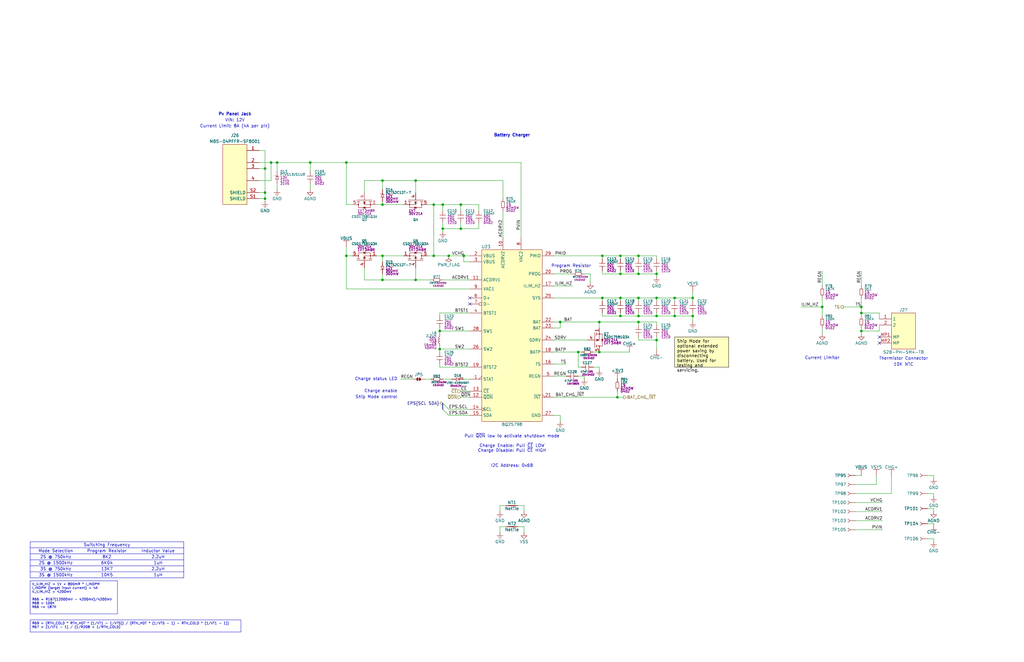
<source format=kicad_sch>
(kicad_sch (version 20250114) (generator "eeschema") (generator_version "9.0")
  (paper "B")
  (title_block (title "Awohali - Battery Charger") (date "2025-04-15") (rev "1") (comment 2 "PROTOTYPE") (comment 3 "2025"))
  (text "Ship Mode control" (at 167.64 167.64 0) (effects (font (size 1.27 1.27)) (justify right)))
  (text "Charge status LED" (at 167.64 160.02 0) (effects (font (size 1.27 1.27)) (justify right)))
  (text "Current Limitor" (at 346.71 151.13 0) (effects (font (size 1.27 1.27))))
  (text "Thermistor Connector" (at 381 151.384 0) (effects (font (size 1.27 1.27))))
  (text "I2C Address: 0x6B" (at 215.9 196.596 0) (effects (font (size 1.27 1.27))))
  (text "Pv Panel Jack" (at 99.06 48.26 0) (effects (font (size 1.27 1.27) (thickness 0.254) (bold yes))))
  (text "VIN: 12V" (at 99.06 50.8 0) (effects (font (size 1.27 1.27))))
  (text "10K NTC" (at 381 153.924 0) (effects (font (size 1.27 1.27))))
  (text "Pull ~{QON} low to activate shutdown mode" (at 215.9 184.15 0) (effects (font (size 1.27 1.27))))
  (text "Charge Enable: Pull ~{CE} LOW\nCharge Disable: Pull ~{CE} HIGH" (at 215.9 189.23 0) (effects (font (size 1.27 1.27))))
  (text "Battery Charger" (at 215.9 57.15 0) (effects (font (size 1.27 1.27) (thickness 0.254) (bold yes))))
  (text "Current Limit: 8A (4A per pin)" (at 99.06 53.34 0) (effects (font (size 1.27 1.27))))
  (text "Charge enable" (at 167.64 165.1 0) (effects (font (size 1.27 1.27)) (justify right)))
  (text "Program Resistor" (at 232.41 113.03 0) (effects (font (size 1.27 1.27)) (justify left bottom)))
  (text_box "Ship Mode for optional extended power saving by \ndisconnecting battery. Used for testing and servicing." (at 284.48 142.24 0) (size 22.86 12.7) (margins 0.9525 0.9525 0.9525 0.9525) (stroke (width 0) (color 0 0 0 1)) (fill (type color) (color 255 255 194 1)) (effects (font (size 1.27 1.27)) (justify left top)))
  (text_box "R69 = (RTH_COLD * RTH_HOT * (1/VT1 - 1/VT5)) / (RTH_HOT * (1/VT5 - 1) - RTH_COLD * (1/VT1 - 1))\nR67 = (1/VT1 - 1) / (1/R208 + 1/RTH_COLD)" (at 12.7 261.62 0) (size 88.9 5.08) (margins 0.75 0.75 0.75 0.75) (effects (font (size 1 1)) (justify left top)))
  (text_box "V_ILIM_HIZ = 1V + 800mR * I_INDPM\nI_INDPM (target input current) = 4A\nV_ILIM_HIZ = 4200mV\n\nR66 = R167(12000mV - 4200mV)/4200mV\nR68 = 100K\nR66 ~= 187K" (at 12.7 245.11 0) (size 36.83 13.97) (margins 0.75 0.75 0.75 0.75) (effects (font (size 1 1)) (justify left top)))
  (junction (at 111.76 71.12))
  (junction (at 269.24 133.35))
  (junction (at 243.84 148.59))
  (junction (at 276.86 115.57))
  (junction (at 189.23 107.95))
  (junction (at 161.29 107.95))
  (junction (at 363.22 132.08))
  (junction (at 146.05 107.95))
  (junction (at 111.76 81.28))
  (junction (at 269.24 107.95))
  (junction (at 194.31 86.36))
  (junction (at 114.3 68.58))
  (junction (at 175.26 76.2))
  (junction (at 252.73 135.89))
  (junction (at 186.69 86.36))
  (junction (at 161.29 86.36))
  (junction (at 276.86 143.51))
  (junction (at 292.1 133.35))
  (junction (at 261.62 115.57))
  (junction (at 292.1 125.73))
  (junction (at 269.24 135.89))
  (junction (at 254 125.73))
  (junction (at 185.42 139.7))
  (junction (at 269.24 115.57))
  (junction (at 284.48 133.35))
  (junction (at 175.26 118.11))
  (junction (at 261.62 125.73))
  (junction (at 261.62 107.95))
  (junction (at 195.58 107.95))
  (junction (at 194.31 96.52))
  (junction (at 161.29 118.11))
  (junction (at 276.86 125.73))
  (junction (at 182.88 107.95))
  (junction (at 363.22 129.54))
  (junction (at 182.88 86.36))
  (junction (at 363.22 139.7))
  (junction (at 252.73 148.59))
  (junction (at 185.42 147.32))
  (junction (at 116.84 68.58))
  (junction (at 284.48 125.73))
  (junction (at 346.71 129.54))
  (junction (at 261.62 133.35))
  (junction (at 130.81 68.58))
  (junction (at 236.22 135.89))
  (junction (at 186.69 96.52))
  (junction (at 260.35 167.64))
  (junction (at 146.05 68.58))
  (junction (at 111.76 83.82))
  (junction (at 276.86 133.35))
  (junction (at 161.29 76.2))
  (junction (at 254 107.95))
  (junction (at 269.24 125.73))
  (no_connect (at 198.12 125.73))
  (no_connect (at 198.12 128.27))
  (no_connect (at 370.84 142.24))
  (no_connect (at 370.84 144.78))
  (bus_entry (at 189.23 175.26) (size -2.54 -2.54))
  (bus_entry (at 189.23 172.72) (size -2.54 -2.54))
  (wire (pts (xy 261.62 115.57) (xy 269.24 115.57)))
  (wire (pts (xy 292.1 123.19) (xy 292.1 125.73)))
  (wire (pts (xy 393.7 201.93) (xy 393.7 200.66)))
  (wire (pts (xy 292.1 133.35) (xy 292.1 135.89)))
  (wire (pts (xy 114.3 68.58) (xy 116.84 68.58)))
  (wire (pts (xy 269.24 125.73) (xy 269.24 127)))
  (wire (pts (xy 393.7 227.33) (xy 391.16 227.33)))
  (wire (pts (xy 185.42 139.7) (xy 185.42 138.43)))
  (wire (pts (xy 233.68 143.51) (xy 247.65 143.51)))
  (wire (pts (xy 355.6 129.54) (xy 363.22 129.54)))
  (wire (pts (xy 220.98 213.36) (xy 218.44 213.36)))
  (wire (pts (xy 233.68 135.89) (xy 236.22 135.89)))
  (wire (pts (xy 161.29 85.09) (xy 161.29 86.36)))
  (wire (pts (xy 254 125.73) (xy 254 127)))
  (wire (pts (xy 198.12 110.49) (xy 195.58 110.49)))
  (wire (pts (xy 337.82 129.54) (xy 346.71 129.54)))
  (wire (pts (xy 189.23 175.26) (xy 198.12 175.26)))
  (wire (pts (xy 116.84 77.47) (xy 116.84 80.01)))
  (wire (pts (xy 393.7 200.66) (xy 391.16 200.66)))
  (wire (pts (xy 213.36 222.25) (xy 210.82 222.25)))
  (wire (pts (xy 220.98 224.79) (xy 220.98 222.25)))
  (wire (pts (xy 161.29 80.01) (xy 161.29 76.2)))
  (wire (pts (xy 252.73 138.43) (xy 252.73 135.89)))
  (wire (pts (xy 201.93 96.52) (xy 194.31 96.52)))
  (wire (pts (xy 194.31 86.36) (xy 194.31 88.9)))
  (wire (pts (xy 372.11 212.09) (xy 360.68 212.09)))
  (wire (pts (xy 252.73 135.89) (xy 269.24 135.89)))
  (wire (pts (xy 254 133.35) (xy 261.62 133.35)))
  (wire (pts (xy 269.24 135.89) (xy 276.86 135.89)))
  (wire (pts (xy 109.22 83.82) (xy 111.76 83.82)))
  (wire (pts (xy 363.22 132.08) (xy 363.22 133.35)))
  (wire (pts (xy 195.58 110.49) (xy 195.58 107.95)))
  (wire (pts (xy 254 132.08) (xy 254 133.35)))
  (wire (pts (xy 250.19 148.59) (xy 252.73 148.59)))
  (wire (pts (xy 276.86 133.35) (xy 284.48 133.35)))
  (wire (pts (xy 194.31 96.52) (xy 186.69 96.52)))
  (wire (pts (xy 372.11 223.52) (xy 360.68 223.52)))
  (wire (pts (xy 186.69 86.36) (xy 186.69 88.9)))
  (wire (pts (xy 233.68 158.75) (xy 238.76 158.75)))
  (wire (pts (xy 363.22 139.7) (xy 363.22 140.97)))
  (wire (pts (xy 245.11 154.94) (xy 243.84 154.94)))
  (wire (pts (xy 185.42 132.08) (xy 185.42 133.35)))
  (wire (pts (xy 261.62 107.95) (xy 261.62 109.22)))
  (wire (pts (xy 233.68 148.59) (xy 243.84 148.59)))
  (wire (pts (xy 233.68 120.65) (xy 241.3 120.65)))
  (wire (pts (xy 186.69 86.36) (xy 194.31 86.36)))
  (wire (pts (xy 153.67 76.2) (xy 161.29 76.2)))
  (wire (pts (xy 252.73 148.59) (xy 265.43 148.59)))
  (wire (pts (xy 185.42 147.32) (xy 198.12 147.32)))
  (wire (pts (xy 153.67 118.11) (xy 161.29 118.11)))
  (wire (pts (xy 261.62 133.35) (xy 269.24 133.35)))
  (wire (pts (xy 111.76 71.12) (xy 111.76 81.28)))
  (wire (pts (xy 276.86 137.16) (xy 276.86 135.89)))
  (wire (pts (xy 363.22 125.73) (xy 363.22 129.54)))
  (wire (pts (xy 210.82 213.36) (xy 210.82 215.9)))
  (wire (pts (xy 182.88 86.36) (xy 182.88 107.95)))
  (wire (pts (xy 233.68 115.57) (xy 241.3 115.57)))
  (wire (pts (xy 212.09 88.9) (xy 212.09 100.33)))
  (wire (pts (xy 346.71 138.43) (xy 346.71 140.97)))
  (wire (pts (xy 185.42 139.7) (xy 198.12 139.7)))
  (wire (pts (xy 194.31 167.64) (xy 198.12 167.64)))
  (wire (pts (xy 146.05 121.92) (xy 146.05 107.95)))
  (wire (pts (xy 158.75 86.36) (xy 161.29 86.36)))
  (wire (pts (xy 393.7 208.28) (xy 391.16 208.28)))
  (wire (pts (xy 161.29 86.36) (xy 170.18 86.36)))
  (wire (pts (xy 393.7 215.9) (xy 393.7 214.63)))
  (wire (pts (xy 180.34 107.95) (xy 182.88 107.95)))
  (wire (pts (xy 375.92 200.66) (xy 375.92 208.28)))
  (wire (pts (xy 370.84 132.08) (xy 370.84 134.62)))
  (bus (pts (xy 186.69 170.18) (xy 186.69 172.72)))
  (wire (pts (xy 393.7 209.55) (xy 393.7 208.28)))
  (wire (pts (xy 254 107.95) (xy 254 109.22)))
  (wire (pts (xy 276.86 143.51) (xy 276.86 147.32)))
  (wire (pts (xy 363.22 114.3) (xy 363.22 120.65)))
  (wire (pts (xy 220.98 222.25) (xy 218.44 222.25)))
  (wire (pts (xy 233.68 107.95) (xy 254 107.95)))
  (wire (pts (xy 269.24 125.73) (xy 276.86 125.73)))
  (wire (pts (xy 276.86 107.95) (xy 276.86 109.22)))
  (wire (pts (xy 175.26 118.11) (xy 181.61 118.11)))
  (wire (pts (xy 175.26 76.2) (xy 175.26 81.28)))
  (wire (pts (xy 261.62 107.95) (xy 269.24 107.95)))
  (wire (pts (xy 130.81 72.39) (xy 130.81 68.58)))
  (wire (pts (xy 393.7 220.98) (xy 391.16 220.98)))
  (wire (pts (xy 363.22 139.7) (xy 370.84 139.7)))
  (wire (pts (xy 236.22 135.89) (xy 236.22 138.43)))
  (wire (pts (xy 292.1 133.35) (xy 292.1 132.08)))
  (wire (pts (xy 109.22 68.58) (xy 114.3 68.58)))
  (wire (pts (xy 346.71 125.73) (xy 346.71 129.54)))
  (wire (pts (xy 213.36 213.36) (xy 210.82 213.36)))
  (wire (pts (xy 185.42 132.08) (xy 198.12 132.08)))
  (wire (pts (xy 276.86 115.57) (xy 276.86 116.84)))
  (wire (pts (xy 269.24 115.57) (xy 276.86 115.57)))
  (wire (pts (xy 346.71 129.54) (xy 346.71 133.35)))
  (wire (pts (xy 375.92 208.28) (xy 360.68 208.28)))
  (wire (pts (xy 146.05 104.14) (xy 146.05 107.95)))
  (wire (pts (xy 185.42 147.32) (xy 185.42 148.59)))
  (wire (pts (xy 269.24 132.08) (xy 269.24 133.35)))
  (wire (pts (xy 363.22 138.43) (xy 363.22 139.7)))
  (wire (pts (xy 109.22 71.12) (xy 111.76 71.12)))
  (wire (pts (xy 363.22 132.08) (xy 370.84 132.08)))
  (wire (pts (xy 261.62 132.08) (xy 261.62 133.35)))
  (wire (pts (xy 146.05 86.36) (xy 146.05 68.58)))
  (wire (pts (xy 158.75 107.95) (xy 161.29 107.95)))
  (wire (pts (xy 161.29 110.49) (xy 161.29 107.95)))
  (wire (pts (xy 243.84 148.59) (xy 245.11 148.59)))
  (wire (pts (xy 168.91 160.02) (xy 173.99 160.02)))
  (wire (pts (xy 186.69 96.52) (xy 186.69 93.98)))
  (wire (pts (xy 370.84 137.16) (xy 370.84 139.7)))
  (wire (pts (xy 148.59 86.36) (xy 146.05 86.36)))
  (wire (pts (xy 198.12 121.92) (xy 146.05 121.92)))
  (wire (pts (xy 185.42 153.67) (xy 185.42 154.94)))
  (wire (pts (xy 109.22 81.28) (xy 111.76 81.28)))
  (wire (pts (xy 254 125.73) (xy 261.62 125.73)))
  (wire (pts (xy 111.76 63.5) (xy 111.76 71.12)))
  (wire (pts (xy 393.7 214.63) (xy 391.16 214.63)))
  (wire (pts (xy 194.31 165.1) (xy 198.12 165.1)))
  (wire (pts (xy 269.24 142.24) (xy 269.24 143.51)))
  (wire (pts (xy 210.82 222.25) (xy 210.82 224.79)))
  (wire (pts (xy 233.68 167.64) (xy 260.35 167.64)))
  (wire (pts (xy 276.86 132.08) (xy 276.86 133.35)))
  (wire (pts (xy 116.84 68.58) (xy 130.81 68.58)))
  (wire (pts (xy 111.76 85.09) (xy 111.76 83.82)))
  (wire (pts (xy 186.69 118.11) (xy 198.12 118.11)))
  (wire (pts (xy 276.86 125.73) (xy 276.86 127)))
  (wire (pts (xy 194.31 86.36) (xy 201.93 86.36)))
  (wire (pts (xy 116.84 68.58) (xy 116.84 72.39)))
  (wire (pts (xy 248.92 115.57) (xy 246.38 115.57)))
  (wire (pts (xy 153.67 81.28) (xy 153.67 76.2)))
  (wire (pts (xy 236.22 135.89) (xy 252.73 135.89)))
  (wire (pts (xy 346.71 114.3) (xy 346.71 120.65)))
  (wire (pts (xy 269.24 133.35) (xy 276.86 133.35)))
  (wire (pts (xy 161.29 76.2) (xy 175.26 76.2)))
  (wire (pts (xy 254 115.57) (xy 261.62 115.57)))
  (wire (pts (xy 185.42 139.7) (xy 185.42 140.97)))
  (wire (pts (xy 161.29 107.95) (xy 170.18 107.95)))
  (wire (pts (xy 260.35 167.64) (xy 262.89 167.64)))
  (wire (pts (xy 179.07 160.02) (xy 181.61 160.02)))
  (wire (pts (xy 276.86 125.73) (xy 284.48 125.73)))
  (wire (pts (xy 186.69 160.02) (xy 190.5 160.02)))
  (wire (pts (xy 219.71 68.58) (xy 219.71 100.33)))
  (wire (pts (xy 201.93 93.98) (xy 201.93 96.52)))
  (wire (pts (xy 186.69 96.52) (xy 186.69 97.79)))
  (wire (pts (xy 220.98 215.9) (xy 220.98 213.36)))
  (wire (pts (xy 284.48 133.35) (xy 292.1 133.35)))
  (wire (pts (xy 292.1 125.73) (xy 292.1 127)))
  (wire (pts (xy 233.68 138.43) (xy 236.22 138.43)))
  (wire (pts (xy 284.48 125.73) (xy 284.48 127)))
  (wire (pts (xy 182.88 86.36) (xy 186.69 86.36)))
  (wire (pts (xy 372.11 215.9) (xy 360.68 215.9)))
  (wire (pts (xy 185.42 154.94) (xy 198.12 154.94)))
  (wire (pts (xy 261.62 125.73) (xy 269.24 125.73)))
  (wire (pts (xy 175.26 118.11) (xy 175.26 113.03)))
  (wire (pts (xy 175.26 76.2) (xy 212.09 76.2)))
  (wire (pts (xy 194.31 93.98) (xy 194.31 96.52)))
  (wire (pts (xy 254 114.3) (xy 254 115.57)))
  (wire (pts (xy 372.11 219.71) (xy 360.68 219.71)))
  (wire (pts (xy 363.22 129.54) (xy 363.22 132.08)))
  (wire (pts (xy 233.68 125.73) (xy 254 125.73)))
  (wire (pts (xy 109.22 76.2) (xy 114.3 76.2)))
  (wire (pts (xy 130.81 77.47) (xy 130.81 80.01)))
  (wire (pts (xy 185.42 147.32) (xy 185.42 146.05)))
  (wire (pts (xy 269.24 107.95) (xy 269.24 109.22)))
  (wire (pts (xy 182.88 107.95) (xy 189.23 107.95)))
  (wire (pts (xy 161.29 118.11) (xy 175.26 118.11)))
  (wire (pts (xy 246.38 158.75) (xy 243.84 158.75)))
  (wire (pts (xy 195.58 107.95) (xy 198.12 107.95)))
  (wire (pts (xy 269.24 107.95) (xy 276.86 107.95)))
  (wire (pts (xy 360.68 200.66) (xy 363.22 200.66)))
  (wire (pts (xy 360.68 204.47) (xy 369.57 204.47)))
  (wire (pts (xy 195.58 160.02) (xy 198.12 160.02)))
  (wire (pts (xy 276.86 143.51) (xy 276.86 142.24)))
  (wire (pts (xy 153.67 113.03) (xy 153.67 118.11)))
  (wire (pts (xy 269.24 114.3) (xy 269.24 115.57)))
  (wire (pts (xy 161.29 115.57) (xy 161.29 118.11)))
  (wire (pts (xy 109.22 63.5) (xy 111.76 63.5)))
  (wire (pts (xy 111.76 83.82) (xy 111.76 81.28)))
  (wire (pts (xy 246.38 160.02) (xy 246.38 158.75)))
  (wire (pts (xy 130.81 68.58) (xy 146.05 68.58)))
  (wire (pts (xy 233.68 175.26) (xy 236.22 175.26)))
  (wire (pts (xy 189.23 172.72) (xy 198.12 172.72)))
  (wire (pts (xy 284.48 125.73) (xy 292.1 125.73)))
  (wire (pts (xy 243.84 154.94) (xy 243.84 148.59)))
  (wire (pts (xy 233.68 153.67) (xy 238.76 153.67)))
  (wire (pts (xy 269.24 143.51) (xy 276.86 143.51)))
  (wire (pts (xy 269.24 135.89) (xy 269.24 137.16)))
  (wire (pts (xy 248.92 119.38) (xy 248.92 115.57)))
  (wire (pts (xy 369.57 200.66) (xy 369.57 204.47)))
  (wire (pts (xy 284.48 132.08) (xy 284.48 133.35)))
  (wire (pts (xy 201.93 86.36) (xy 201.93 88.9)))
  (wire (pts (xy 114.3 76.2) (xy 114.3 68.58)))
  (wire (pts (xy 189.23 107.95) (xy 195.58 107.95)))
  (wire (pts (xy 276.86 114.3) (xy 276.86 115.57)))
  (wire (pts (xy 236.22 175.26) (xy 236.22 177.8)))
  (wire (pts (xy 212.09 76.2) (xy 212.09 83.82)))
  (wire (pts (xy 261.62 114.3) (xy 261.62 115.57)))
  (wire (pts (xy 260.35 165.1) (xy 260.35 167.64)))
  (wire (pts (xy 146.05 107.95) (xy 148.59 107.95)))
  (wire (pts (xy 254 107.95) (xy 261.62 107.95)))
  (wire (pts (xy 393.7 228.6) (xy 393.7 227.33)))
  (wire (pts (xy 261.62 125.73) (xy 261.62 127)))
  (wire (pts (xy 146.05 68.58) (xy 219.71 68.58)))
  (wire (pts (xy 252.73 154.94) (xy 252.73 156.21)))
  (wire (pts (xy 180.34 86.36) (xy 182.88 86.36)))
  (wire (pts (xy 252.73 154.94) (xy 250.19 154.94)))
  (table (column_count 3) (border (external yes) (header yes)) (separators (rows yes) (cols no)) (column_widths 21.59 21.59 21.59) (row_heights 2.54 2.54 2.54 2.54 2.54 2.54) (cells (table_cell "Switching Frequency" (at 12.7 228.6 0) (size 64.77 2.54) (margins 0.9525 0.9525 0.9525 0.9525) (span 3 1)) (table_cell "rgb(131, 134, 137)" (at 34.29 228.6 0) (size 21.59 2.54) (margins 0.9525 0.9525 0.9525 0.9525) (span 0 0)) (table_cell "rgb(131, 134, 137)" (at 55.88 228.6 0) (size 21.59 2.54) (margins 0.9525 0.9525 0.9525 0.9525) (span 0 0)) (table_cell "Mode Selection" (at 12.7 231.14 0) (size 21.59 2.54) (margins 0.9525 0.9525 0.9525 0.9525) (span 1 1)) (table_cell "Program Resistor" (at 34.29 231.14 0) (size 21.59 2.54) (margins 0.9525 0.9525 0.9525 0.9525) (span 1 1)) (table_cell "Inductor Value" (at 55.88 231.14 0) (size 21.59 2.54) (margins 0.9525 0.9525 0.9525 0.9525) (span 1 1)) (table_cell "2S @ 750kHz" (at 12.7 233.68 0) (size 21.59 2.54) (margins 0.9525 0.9525 0.9525 0.9525) (span 1 1)) (table_cell "8K2" (at 34.29 233.68 0) (size 21.59 2.54) (margins 0.9525 0.9525 0.9525 0.9525) (span 1 1)) (table_cell "2.2uH" (at 55.88 233.68 0) (size 21.59 2.54) (margins 0.9525 0.9525 0.9525 0.9525) (span 1 1)) (table_cell "2S @ 1500kHz" (at 12.7 236.22 0) (size 21.59 2.54) (margins 0.9525 0.9525 0.9525 0.9525) (span 1 1)) (table_cell "6K04" (at 34.29 236.22 0) (size 21.59 2.54) (margins 0.9525 0.9525 0.9525 0.9525) (span 1 1)) (table_cell "1uH" (at 55.88 236.22 0) (size 21.59 2.54) (margins 0.9525 0.9525 0.9525 0.9525) (span 1 1)) (table_cell "3S @ 750kHz" (at 12.7 238.76 0) (size 21.59 2.54) (margins 0.9525 0.9525 0.9525 0.9525) (span 1 1)) (table_cell "13K7" (at 34.29 238.76 0) (size 21.59 2.54) (margins 0.9525 0.9525 0.9525 0.9525) (span 1 1)) (table_cell "2.2uH" (at 55.88 238.76 0) (size 21.59 2.54) (margins 0.9525 0.9525 0.9525 0.9525) (span 1 1)) (table_cell "3S @ 1500kHz" (at 12.7 241.3 0) (size 21.59 2.54) (margins 0.9525 0.9525 0.9525 0.9525) (span 1 1)) (table_cell "10K5" (at 34.29 241.3 0) (size 21.59 2.54) (margins 0.9525 0.9525 0.9525 0.9525) (span 1 1)) (table_cell "1uH" (at 55.88 241.3 0) (size 21.59 2.54) (margins 0.9525 0.9525 0.9525 0.9525) (span 1 1))))
  (label "PVIN" (at 219.71 92.71 270))
  (label "BAT_CHG_~{INT}" (at 246.38 167.64 180))
  (label "PMID" (at 238.76 107.95 180))
  (label "ILIM_HZ" (at 337.82 129.54 0))
  (label "~{CE}" (at 194.31 165.1 0))
  (label "SDRV" (at 238.76 143.51 180))
  (label "BATP" (at 238.76 148.59 180))
  (label "TS" (at 360.68 129.54 0))
  (label "SW2" (at 191.77 147.32 0))
  (label "ACDRV2" (at 212.09 92.71 270))
  (label "BTST1" (at 191.77 132.08 0) (effects (font (thickness 0.1588))))
  (label "PROG" (at 241.3 115.57 180) (effects (font (thickness 0.1588))))
  (label "BAT" (at 241.3 135.89 180))
  (label "~{QON}" (at 194.31 167.64 0))
  (label "BTST2" (at 191.77 154.94 0) (effects (font (thickness 0.1588))))
  (label "VCHG" (at 190.5 107.95 0))
  (label "VCHG" (at 372.11 212.09 180))
  (label "REGN" (at 168.91 160.02 0))
  (label "EPS.SDA" (at 189.23 175.26 0))
  (label "EPS.SCL" (at 189.23 172.72 0))
  (label "REGN" (at 363.22 114.3 270))
  (label "PVIN" (at 372.11 223.52 180))
  (label "ILIM_HZ" (at 241.3 120.65 180))
  (label "ACDRV2" (at 372.11 219.71 180))
  (label "TS" (at 238.76 153.67 180))
  (label "SW1" (at 191.77 139.7 0))
  (label "ACDRV1" (at 190.5 118.11 0))
  (label "REGN" (at 346.71 114.3 270))
  (label "REGN" (at 238.76 158.75 180))
  (label "ACDRV1" (at 372.11 215.9 180))
  (hierarchical_label "~{CE}" (shape input) (at 194.31 165.1 180))
  (hierarchical_label "BAT_CHG_~{INT}" (shape output) (at 262.89 167.64 0))
  (hierarchical_label "TS" (shape output) (at 355.6 129.54 180))
  (hierarchical_label "EPS{SCL SDA}" (shape bidirectional) (at 186.69 170.18 180))
  (hierarchical_label "~{QON}" (shape input) (at 194.31 167.64 180))
  (symbol (lib_id "lib_sch:R_horizontal") (at 184.15 118.11 0) (unit 1)
    (property "Reference" "R77" (at 184.15 116.84 0) (effects (font (size 1.016 1.016))))
    (property "Value" "294R" (at 184.15 119.38 0) (effects (font (size 0.762 0.762)) (justify right)))
    (property "Footprint" "lib_passives:CRCW0402" (effects (hide yes)))
    (property "Datasheet" "datasheets/Vishay-Dale-DRCWe3.pdf" (effects (hide yes)))
    (property "Description" "RES SMD 6.04K OHM 1% 1/16W 0402" (effects (hide yes)))
    (property "Manufacturer" "Vishay Dale" (effects (hide yes)))
    (property "MPN" "CRCW04026K04FKED" (effects (hide yes)))
    (property "DKPN" "541-6.04KLCT-ND" (effects (hide yes)))
    (property "Tolerance" "1%" (at 184.15 120.65 0) (effects (font (size 0.762 0.762)) (justify right)))
    (property "Power Rating" "62m5W" (at 184.15 119.38 0) (effects (font (size 0.762 0.762)) (justify left)))
    (property "Package" "0402" (at 184.15 120.65 0) (effects (font (size 0.762 0.762)) (justify left)))
  )
  (symbol (lib_id "lib_sch:Testpoint") (at 388.62 200.66 0) (unit 1)
    (property "Reference" "TP96" (at 387.35 200.66 0) (effects (justify right)))
    (property "Value" "RCWCTE" (effects (hide yes)))
    (property "Footprint" "lib_misc:TP_RCW" (effects (hide yes)))
    (property "Datasheet" "datasheets/KOA-RC-Series.pdf" (effects (hide yes)))
    (property "Description" "PC TEST POINT" (effects (hide yes)))
    (property "Manufacturer" "KOA Speer Electronics, Inc." (effects (hide yes)))
    (property "MPN" "RCWCTE" (effects (hide yes)))
    (property "DKPN" "2019-RCWCTECT-ND" (effects (hide yes)))
  )
  (symbol (lib_id "lib_pwr:GND") (at 236.22 177.8 0) (unit 1)
    (property "Reference" "#PWR0262" (effects (hide yes)))
    (property "Value" "GND" (at 236.22 181.61 0))
  )
  (symbol (lib_id "lib_pwr:VSYS") (at 292.1 123.19 0) (unit 1)
    (property "Reference" "#PWR0253" (effects (hide yes)))
    (property "Value" "VSYS" (at 292.1 119.634 0))
  )
  (symbol (lib_id "lib_pwr:CHG+") (at 265.43 148.59 0) (unit 1)
    (property "Reference" "#PWR0258" (effects (hide yes)))
    (property "Value" "CHG+" (at 265.43 145.034 0))
  )
  (symbol (lib_id "lib_pwr:GND") (at 111.76 85.09 0) (unit 1)
    (property "Reference" "#PWR0248" (effects (hide yes)))
    (property "Value" "GND" (at 111.76 88.9 0))
  )
  (symbol (lib_id "lib_sch:C") (at 186.69 91.44 0) (unit 1)
    (property "Reference" "C110" (at 188.595 88.9 0) (effects (font (size 1.016 1.016)) (justify left)))
    (property "Value" "10uF" (at 188.595 90.17 0) (effects (font (size 1.016 1.016)) (justify left)))
    (property "Footprint" "lib_passives:GRT1210" (effects (hide yes)))
    (property "Datasheet" "datasheets/Murata-GCM32ER71E106KA57.pdf" (effects (hide yes)))
    (property "Description" "CAP CER 10UF 25V X7R 1210" (effects (hide yes)))
    (property "Manufacturer" "Murata Electronics" (effects (hide yes)))
    (property "MPN" "GCM32ER71E106KA57L" (effects (hide yes)))
    (property "DKPN" "490-4798-1-ND" (effects (hide yes)))
    (property "Tolerance" "10%" (at 188.595 92.71 0) (effects (font (size 1.016 1.016)) (justify left)))
    (property "Voltage Rating" "25V" (at 188.595 91.44 0) (effects (font (size 1.016 1.016)) (justify left)))
    (property "Package" "1210" (at 188.595 93.98 0) (effects (font (size 1.016 1.016)) (justify left)))
  )
  (symbol (lib_id "lib_pwr:AGND") (at 393.7 215.9 0) (unit 1)
    (property "Reference" "#PWR0270" (effects (hide yes)))
    (property "Value" "AGND" (at 393.7 219.71 0))
  )
  (symbol (lib_id "lib_sch:C") (at 254 111.76 0) (unit 1)
    (property "Reference" "C113" (at 255.905 109.22 0) (effects (font (size 1.016 1.016)) (justify left)))
    (property "Value" "100nF" (at 255.905 110.49 0) (effects (font (size 1.016 1.016)) (justify left)))
    (property "Footprint" "lib_passives:GCM0402" (effects (hide yes)))
    (property "Datasheet" "datasheets/Murata-Electronics-GRT155R71H104KE01.pdf" (effects (hide yes)))
    (property "Description" "CAP CER 0.1UF 50V X7R 0402" (effects (hide yes)))
    (property "Manufacturer" "Murata Electronics" (effects (hide yes)))
    (property "MPN" "GRT155R71H104KE01D" (effects (hide yes)))
    (property "DKPN" "490-GRT155R71H104KE01DCT-ND" (effects (hide yes)))
    (property "Tolerance" "10%" (at 255.905 113.03 0) (effects (font (size 1.016 1.016)) (justify left)))
    (property "Voltage Rating" "50V" (at 255.905 111.76 0) (effects (font (size 1.016 1.016)) (justify left)))
    (property "Package" "0402" (at 255.905 114.3 0) (effects (font (size 1.016 1.016)) (justify left)))
  )
  (symbol (lib_id "lib_sch:C") (at 276.86 139.7 0) (unit 1)
    (property "Reference" "C125" (at 278.765 137.16 0) (effects (font (size 1.016 1.016)) (justify left)))
    (property "Value" "10uF" (at 278.765 138.43 0) (effects (font (size 1.016 1.016)) (justify left)))
    (property "Footprint" "lib_passives:GRT1210" (effects (hide yes)))
    (property "Datasheet" "datasheets/Murata-GCM32ER71E106KA57.pdf" (effects (hide yes)))
    (property "Description" "CAP CER 10UF 25V X7R 1210" (effects (hide yes)))
    (property "Manufacturer" "Murata Electronics" (effects (hide yes)))
    (property "MPN" "GCM32ER71E106KA57L" (effects (hide yes)))
    (property "DKPN" "490-4798-1-ND" (effects (hide yes)))
    (property "Tolerance" "10%" (at 278.765 140.97 0) (effects (font (size 1.016 1.016)) (justify left)))
    (property "Voltage Rating" "25V" (at 278.765 139.7 0) (effects (font (size 1.016 1.016)) (justify left)))
    (property "Package" "1210" (at 278.765 142.24 0) (effects (font (size 1.016 1.016)) (justify left)))
  )
  (symbol (lib_id "lib_pwr:VBUS") (at 363.22 200.66 0) (unit 1)
    (property "Reference" "#PWR0263" (effects (hide yes)))
    (property "Value" "VBUS" (at 363.22 197.104 0))
  )
  (symbol (lib_id "lib_sch:Testpoint") (at 358.14 215.9 0) (unit 1) (in_bom no)
    (property "Reference" "TP102" (at 356.87 215.9 0) (effects (justify right)))
    (property "Footprint" "lib_misc:TP_2mm" (effects (hide yes)))
    (property "Manufacturer" "N/A" (effects (hide yes)))
    (property "MPN" "N/A" (effects (hide yes)))
    (property "DKPN" "N/A" (effects (hide yes)))
  )
  (symbol (lib_id "lib_sch:R") (at 363.22 135.89 0) (unit 1)
    (property "Reference" "R81" (at 364.49 133.35 0) (effects (font (size 1.016 1.016)) (justify left)))
    (property "Value" "29K4" (at 364.49 134.62 0) (effects (font (size 1.016 1.016)) (justify left)))
    (property "Footprint" "lib_passives:CRCW0402" (effects (hide yes)))
    (property "Datasheet" "datasheets/Vishay-Dale-DRCWe3.pdf" (effects (hide yes)))
    (property "Description" "RES SMD 29.4K OHM 1% 1/16W 0402" (effects (hide yes)))
    (property "Manufacturer" "Vishay Dale" (effects (hide yes)))
    (property "MPN" "CRCW040229K4FKED" (effects (hide yes)))
    (property "DKPN" "541-29.4KLCT-ND" (effects (hide yes)))
    (property "Tolerance" "1%" (at 364.49 135.89 0) (effects (font (size 1.016 1.016)) (justify left)))
    (property "Power Rating" "62m5W" (at 364.49 137.16 0) (effects (font (size 1.016 1.016)) (justify left)))
    (property "Package" "0402" (at 364.49 138.43 0) (effects (font (size 1.016 1.016)) (justify left)))
  )
  (symbol (lib_id "lib_sch:NMOS_SGD_PWR") (at 153.67 107.95 0) (unit 1)
    (property "Reference" "Q5" (at 153.67 101.6 0) (effects (font (size 1.016 1.016))))
    (property "Value" "CSD17581Q3A" (at 153.67 102.87 0) (effects (font (size 1.016 1.016))))
    (property "Footprint" "lib_ICs:SON65P300X315X90-8" (effects (hide yes)))
    (property "Datasheet" "datasheets/Texas-Instruments-CSD17581Q3A.pdf" (effects (hide yes)))
    (property "Description" "MOSFET N-CH 30V 21A 8VSON" (effects (hide yes)))
    (property "Manufacturer" "Texas Instruments" (effects (hide yes)))
    (property "MPN" "Texas Instruments" (effects (hide yes)))
    (property "DKPN" "296-47754-1-ND" (effects (hide yes)))
    (property "VDSS" "30V" (at 153.67 104.14 0) (effects (font (size 1.016 1.016)) (justify right)))
    (property "VGSTH" "1V7" (at 153.67 105.41 0) (effects (font (size 1.016 1.016)) (justify right)))
    (property "ID" "21A" (at 153.67 104.14 0) (effects (font (size 1.016 1.016)) (justify left)))
    (property "RDSON" "3m8R" (at 153.67 105.41 0) (effects (font (size 1.016 1.016)) (justify left)))
  )
  (symbol (lib_id "lib_sch:Jumper_2_Bridged") (at 176.53 160.02 0) (unit 1) (in_bom no)
    (property "Reference" "JP5" (at 176.53 158.115 0))
    (property "Value" "~" (at 176.53 157.48 0))
    (property "Footprint" "lib_misc:SolderJumper-2_P1.3mm_Bridged_RoundedPad1.0x1.5mm" (effects (hide yes)))
  )
  (symbol (lib_id "lib_pwr:AGND") (at 363.22 140.97 0) (unit 1)
    (property "Reference" "#PWR0256" (effects (hide yes)))
    (property "Value" "AGND" (at 363.22 144.78 0))
  )
  (symbol (lib_id "lib_pwr:GND") (at 186.69 97.79 0) (unit 1)
    (property "Reference" "#PWR0249" (effects (hide yes)))
    (property "Value" "GND" (at 186.69 101.6 0))
  )
  (symbol (lib_id "lib_sch:Testpoint") (at 388.62 214.63 0) (unit 1)
    (property "Reference" "TP101" (at 387.35 214.63 0) (effects (justify right)))
    (property "Value" "RCWCTE" (effects (hide yes)))
    (property "Footprint" "lib_misc:TP_RCW" (effects (hide yes)))
    (property "Datasheet" "datasheets/KOA-RC-Series.pdf" (effects (hide yes)))
    (property "Description" "PC TEST POINT" (effects (hide yes)))
    (property "Manufacturer" "KOA Speer Electronics, Inc." (effects (hide yes)))
    (property "MPN" "RCWCTE" (effects (hide yes)))
    (property "DKPN" "2019-RCWCTECT-ND" (effects (hide yes)))
  )
  (symbol (lib_id "lib_sch:C") (at 261.62 129.54 0) (unit 1)
    (property "Reference" "C118" (at 263.525 127 0) (effects (font (size 1.016 1.016)) (justify left)))
    (property "Value" "10uF" (at 263.525 128.27 0) (effects (font (size 1.016 1.016)) (justify left)))
    (property "Footprint" "lib_passives:GRT1210" (effects (hide yes)))
    (property "Datasheet" "datasheets/Murata-GCM32ER71E106KA57.pdf" (effects (hide yes)))
    (property "Description" "CAP CER 10UF 25V X7R 1210" (effects (hide yes)))
    (property "Manufacturer" "Murata Electronics" (effects (hide yes)))
    (property "MPN" "GCM32ER71E106KA57L" (effects (hide yes)))
    (property "DKPN" "490-4798-1-ND" (effects (hide yes)))
    (property "Tolerance" "10%" (at 263.525 130.81 0) (effects (font (size 1.016 1.016)) (justify left)))
    (property "Voltage Rating" "25V" (at 263.525 129.54 0) (effects (font (size 1.016 1.016)) (justify left)))
    (property "Package" "1210" (at 263.525 132.08 0) (effects (font (size 1.016 1.016)) (justify left)))
  )
  (symbol (lib_id "lib_sch:C") (at 269.24 129.54 0) (unit 1)
    (property "Reference" "C119" (at 271.145 127 0) (effects (font (size 1.016 1.016)) (justify left)))
    (property "Value" "10uF" (at 271.145 128.27 0) (effects (font (size 1.016 1.016)) (justify left)))
    (property "Footprint" "lib_passives:GRT1210" (effects (hide yes)))
    (property "Datasheet" "datasheets/Murata-GCM32ER71E106KA57.pdf" (effects (hide yes)))
    (property "Description" "CAP CER 10UF 25V X7R 1210" (effects (hide yes)))
    (property "Manufacturer" "Murata Electronics" (effects (hide yes)))
    (property "MPN" "GCM32ER71E106KA57L" (effects (hide yes)))
    (property "DKPN" "490-4798-1-ND" (effects (hide yes)))
    (property "Tolerance" "10%" (at 271.145 130.81 0) (effects (font (size 1.016 1.016)) (justify left)))
    (property "Voltage Rating" "25V" (at 271.145 129.54 0) (effects (font (size 1.016 1.016)) (justify left)))
    (property "Package" "1210" (at 271.145 132.08 0) (effects (font (size 1.016 1.016)) (justify left)))
  )
  (symbol (lib_id "lib_sch:C") (at 292.1 129.54 0) (unit 1)
    (property "Reference" "C122" (at 294.005 127 0) (effects (font (size 1.016 1.016)) (justify left)))
    (property "Value" "10uF" (at 294.005 128.27 0) (effects (font (size 1.016 1.016)) (justify left)))
    (property "Footprint" "lib_passives:GRT1210" (effects (hide yes)))
    (property "Datasheet" "datasheets/Murata-GCM32ER71E106KA57.pdf" (effects (hide yes)))
    (property "Description" "CAP CER 10UF 25V X7R 1210" (effects (hide yes)))
    (property "Manufacturer" "Murata Electronics" (effects (hide yes)))
    (property "MPN" "GCM32ER71E106KA57L" (effects (hide yes)))
    (property "DKPN" "490-4798-1-ND" (effects (hide yes)))
    (property "Tolerance" "10%" (at 294.005 130.81 0) (effects (font (size 1.016 1.016)) (justify left)))
    (property "Voltage Rating" "25V" (at 294.005 129.54 0) (effects (font (size 1.016 1.016)) (justify left)))
    (property "Package" "1210" (at 294.005 132.08 0) (effects (font (size 1.016 1.016)) (justify left)))
  )
  (symbol (lib_id "lib_pwr:PWR_FLAG") (at 189.23 107.95 180) (unit 1)
    (property "Reference" "#FLG018" (effects (hide yes)))
    (property "Value" "PWR_FLAG" (at 189.23 111.76 0))
    (property "Description" "Special symbol for telling ERC where power comes from" (effects (hide yes)))
  )
  (symbol (lib_id "lib_sch:C_horizontal") (at 247.65 154.94 0) (unit 1)
    (property "Reference" "C127" (at 247.65 153.035 0) (effects (font (size 1.016 1.016))))
    (property "Value" "47nF" (at 247.65 156.845 0) (effects (font (size 0.762 0.762)) (justify right)))
    (property "Footprint" "lib_passives:GCM0402" (effects (hide yes)))
    (property "Datasheet" "datasheets/Murata-Electronics-GRT155R71E473KE01.pdf" (effects (hide yes)))
    (property "Description" "CAP CER 0.047UF 25V X7R 0402" (effects (hide yes)))
    (property "Manufacturer" "Murata Electronics" (effects (hide yes)))
    (property "MPN" "GRT155R71E473KE01D" (effects (hide yes)))
    (property "DKPN" "490-GRT155R71E473KE01DCT-ND" (effects (hide yes)))
    (property "Tolerance" "10%" (at 247.65 156.845 0) (effects (font (size 0.762 0.762)) (justify left)))
    (property "Voltage Rating" "25V" (at 247.65 158.115 0) (effects (font (size 0.762 0.762)) (justify right)))
    (property "Package" "0402" (at 247.65 158.115 0) (effects (font (size 0.762 0.762)) (justify left)))
  )
  (symbol (lib_id "lib_pwr:GND") (at 393.7 228.6 0) (unit 1)
    (property "Reference" "#PWR0274" (effects (hide yes)))
    (property "Value" "GND" (at 393.7 232.41 0))
  )
  (symbol (lib_id "lib_pwr:GND") (at 210.82 224.79 0) (unit 1)
    (property "Reference" "#PWR0272" (effects (hide yes)))
    (property "Value" "GND" (at 210.82 228.6 0))
  )
  (symbol (lib_id "lib_pwr:GND") (at 252.73 156.21 0) (unit 1)
    (property "Reference" "#PWR0259" (effects (hide yes)))
    (property "Value" "GND" (at 252.73 160.02 0))
  )
  (symbol (lib_id "lib_sch:C") (at 201.93 91.44 0) (unit 1)
    (property "Reference" "C112" (at 203.835 88.9 0) (effects (font (size 1.016 1.016)) (justify left)))
    (property "Value" "100nF" (at 203.835 90.17 0) (effects (font (size 1.016 1.016)) (justify left)))
    (property "Footprint" "lib_passives:GCM0402" (effects (hide yes)))
    (property "Datasheet" "datasheets/Murata-Electronics-GRT155R71H104KE01.pdf" (effects (hide yes)))
    (property "Description" "CAP CER 0.1UF 50V X7R 0402" (effects (hide yes)))
    (property "Manufacturer" "Murata Electronics" (effects (hide yes)))
    (property "MPN" "GRT155R71H104KE01D" (effects (hide yes)))
    (property "DKPN" "490-GRT155R71H104KE01DCT-ND" (effects (hide yes)))
    (property "Tolerance" "10%" (at 203.835 92.71 0) (effects (font (size 1.016 1.016)) (justify left)))
    (property "Voltage Rating" "50V" (at 203.835 91.44 0) (effects (font (size 1.016 1.016)) (justify left)))
    (property "Package" "0402" (at 203.835 93.98 0) (effects (font (size 1.016 1.016)) (justify left)))
  )
  (symbol (lib_id "lib_sch:C") (at 269.24 139.7 0) (unit 1)
    (property "Reference" "C124" (at 271.145 137.16 0) (effects (font (size 1.016 1.016)) (justify left)))
    (property "Value" "10uF" (at 271.145 138.43 0) (effects (font (size 1.016 1.016)) (justify left)))
    (property "Footprint" "lib_passives:GRT1210" (effects (hide yes)))
    (property "Datasheet" "datasheets/Murata-GCM32ER71E106KA57.pdf" (effects (hide yes)))
    (property "Description" "CAP CER 10UF 25V X7R 1210" (effects (hide yes)))
    (property "Manufacturer" "Murata Electronics" (effects (hide yes)))
    (property "MPN" "GCM32ER71E106KA57L" (effects (hide yes)))
    (property "DKPN" "490-4798-1-ND" (effects (hide yes)))
    (property "Tolerance" "10%" (at 271.145 140.97 0) (effects (font (size 1.016 1.016)) (justify left)))
    (property "Voltage Rating" "25V" (at 271.145 139.7 0) (effects (font (size 1.016 1.016)) (justify left)))
    (property "Package" "1210" (at 271.145 142.24 0) (effects (font (size 1.016 1.016)) (justify left)))
  )
  (symbol (lib_id "lib_sch:R_horizontal") (at 184.15 160.02 0) (unit 1)
    (property "Reference" "R83" (at 184.15 158.75 0) (effects (font (size 1.016 1.016))))
    (property "Value" "2K2" (at 184.15 161.29 0) (effects (font (size 0.762 0.762)) (justify right)))
    (property "Footprint" "lib_passives:CRCW0402" (effects (hide yes)))
    (property "Datasheet" "datasheets/Vishay-Dale-DRCWe3.pdf" (effects (hide yes)))
    (property "Description" "RES SMD 2.2K OHM 1% 1/16W 0402" (effects (hide yes)))
    (property "Manufacturer" "Vishay Dale" (effects (hide yes)))
    (property "MPN" "CRCW04022K20FKED" (effects (hide yes)))
    (property "DKPN" "541-2.20KLCT-ND" (effects (hide yes)))
    (property "Tolerance" "1%" (at 184.15 162.56 0) (effects (font (size 0.762 0.762)) (justify right)))
    (property "Power Rating" "62m5W" (at 184.15 161.29 0) (effects (font (size 0.762 0.762)) (justify left)))
    (property "Package" "0402" (at 184.15 162.56 0) (effects (font (size 0.762 0.762)) (justify left)))
  )
  (symbol (lib_id "lib_pwr:GND") (at 276.86 116.84 0) (unit 1)
    (property "Reference" "#PWR0251" (effects (hide yes)))
    (property "Value" "GND" (at 276.86 120.65 0))
  )
  (symbol (lib_id "lib_sch:NetTie") (at 215.9 213.36 0) (unit 1) (in_bom no)
    (property "Reference" "NT1" (at 215.9 212.09 0))
    (property "Value" "NetTie" (at 215.9 214.63 0))
    (property "Footprint" "lib_misc:NetTie-2_SMD_Pad2.0mm" (effects (hide yes)))
    (property "Description" "Net tie, 2 pins" (effects (hide yes)))
  )
  (symbol (lib_id "lib_pwr:CHG-") (at 393.7 220.98 0) (unit 1)
    (property "Reference" "#PWR0271" (effects (hide yes)))
    (property "Value" "CHG-" (at 393.7 224.536 0))
  )
  (symbol (lib_id "lib_sch:D_Zener") (at 161.29 113.03 0) (mirror x) (unit 1)
    (property "Reference" "D15" (at 162.56 110.49 0) (effects (font (size 1.016 1.016)) (justify left)))
    (property "Value" "BZT52C12T-7" (at 162.56 111.76 0) (effects (font (size 1.016 1.016)) (justify left)))
    (property "Footprint" "lib_diodes:SOD523" (effects (hide yes)))
    (property "Datasheet" "datasheets/Diodes-Incorporated-DS30502.pdf" (effects (hide yes)))
    (property "Description" "DIODE ZENER 12V 300MW SOD523" (effects (hide yes)))
    (property "Manufacturer" "Diodes Incorporated" (effects (hide yes)))
    (property "MPN" "BZT52C12T-7" (effects (hide yes)))
    (property "DKPN" "BZT52C12T-7DICT-ND" (effects (hide yes)))
    (property "Zener Voltage" "12V" (at 162.56 113.03 0) (effects (font (size 1.016 1.016)) (justify left)))
    (property "Forward Voltage" "900mV" (at 162.56 114.3 0) (effects (font (size 1.016 1.016)) (justify left)))
    (property "Power Rating" "300mW" (at 162.56 115.57 0) (effects (font (size 1.016 1.016)) (justify left)))
  )
  (symbol (lib_id "lib_pwr:GND") (at 116.84 80.01 0) (unit 1)
    (property "Reference" "#PWR0246" (effects (hide yes)))
    (property "Value" "GND" (at 116.84 83.82 0))
  )
  (symbol (lib_id "lib_pwr:VSYS") (at 369.57 200.66 0) (unit 1)
    (property "Reference" "#PWR0264" (effects (hide yes)))
    (property "Value" "VSYS" (at 369.57 197.104 0))
  )
  (symbol (lib_id "lib_sch:C") (at 284.48 129.54 0) (unit 1)
    (property "Reference" "C121" (at 286.385 127 0) (effects (font (size 1.016 1.016)) (justify left)))
    (property "Value" "10uF" (at 286.385 128.27 0) (effects (font (size 1.016 1.016)) (justify left)))
    (property "Footprint" "lib_passives:GRT1210" (effects (hide yes)))
    (property "Datasheet" "datasheets/Murata-GCM32ER71E106KA57.pdf" (effects (hide yes)))
    (property "Description" "CAP CER 10UF 25V X7R 1210" (effects (hide yes)))
    (property "Manufacturer" "Murata Electronics" (effects (hide yes)))
    (property "MPN" "GCM32ER71E106KA57L" (effects (hide yes)))
    (property "DKPN" "490-4798-1-ND" (effects (hide yes)))
    (property "Tolerance" "10%" (at 286.385 130.81 0) (effects (font (size 1.016 1.016)) (justify left)))
    (property "Voltage Rating" "25V" (at 286.385 129.54 0) (effects (font (size 1.016 1.016)) (justify left)))
    (property "Package" "1210" (at 286.385 132.08 0) (effects (font (size 1.016 1.016)) (justify left)))
  )
  (symbol (lib_id "lib_pwr:AGND") (at 130.81 80.01 0) (unit 1)
    (property "Reference" "#PWR0247" (effects (hide yes)))
    (property "Value" "AGND" (at 130.81 83.82 0))
  )
  (symbol (lib_id "lib_sch:Testpoint") (at 388.62 220.98 0) (unit 1)
    (property "Reference" "TP104" (at 387.35 220.98 0) (effects (justify right)))
    (property "Value" "RCWCTE" (effects (hide yes)))
    (property "Footprint" "lib_misc:TP_RCW" (effects (hide yes)))
    (property "Datasheet" "datasheets/KOA-RC-Series.pdf" (effects (hide yes)))
    (property "Description" "PC TEST POINT" (effects (hide yes)))
    (property "Manufacturer" "KOA Speer Electronics, Inc." (effects (hide yes)))
    (property "MPN" "RCWCTE" (effects (hide yes)))
    (property "DKPN" "2019-RCWCTECT-ND" (effects (hide yes)))
  )
  (symbol (lib_id "lib_sch:C") (at 276.86 111.76 0) (unit 1)
    (property "Reference" "C116" (at 278.765 109.22 0) (effects (font (size 1.016 1.016)) (justify left)))
    (property "Value" "10uF" (at 278.765 110.49 0) (effects (font (size 1.016 1.016)) (justify left)))
    (property "Footprint" "lib_passives:GRT1210" (effects (hide yes)))
    (property "Datasheet" "datasheets/Murata-GCM32ER71E106KA57.pdf" (effects (hide yes)))
    (property "Description" "CAP CER 10UF 25V X7R 1210" (effects (hide yes)))
    (property "Manufacturer" "Murata Electronics" (effects (hide yes)))
    (property "MPN" "GCM32ER71E106KA57L" (effects (hide yes)))
    (property "DKPN" "490-4798-1-ND" (effects (hide yes)))
    (property "Tolerance" "10%" (at 278.765 113.03 0) (effects (font (size 1.016 1.016)) (justify left)))
    (property "Voltage Rating" "25V" (at 278.765 111.76 0) (effects (font (size 1.016 1.016)) (justify left)))
    (property "Package" "1210" (at 278.765 114.3 0) (effects (font (size 1.016 1.016)) (justify left)))
  )
  (symbol (lib_id "lib_sch:C") (at 194.31 91.44 0) (unit 1)
    (property "Reference" "C111" (at 196.215 88.9 0) (effects (font (size 1.016 1.016)) (justify left)))
    (property "Value" "10uF" (at 196.215 90.17 0) (effects (font (size 1.016 1.016)) (justify left)))
    (property "Footprint" "lib_passives:GRT1210" (effects (hide yes)))
    (property "Datasheet" "datasheets/Murata-GCM32ER71E106KA57.pdf" (effects (hide yes)))
    (property "Description" "CAP CER 10UF 25V X7R 1210" (effects (hide yes)))
    (property "Manufacturer" "Murata Electronics" (effects (hide yes)))
    (property "MPN" "GCM32ER71E106KA57L" (effects (hide yes)))
    (property "DKPN" "490-4798-1-ND" (effects (hide yes)))
    (property "Tolerance" "10%" (at 196.215 92.71 0) (effects (font (size 1.016 1.016)) (justify left)))
    (property "Voltage Rating" "25V" (at 196.215 91.44 0) (effects (font (size 1.016 1.016)) (justify left)))
    (property "Package" "1210" (at 196.215 93.98 0) (effects (font (size 1.016 1.016)) (justify left)))
  )
  (symbol (lib_id "lib_sch:C") (at 276.86 129.54 0) (unit 1)
    (property "Reference" "C120" (at 278.765 127 0) (effects (font (size 1.016 1.016)) (justify left)))
    (property "Value" "10uF" (at 278.765 128.27 0) (effects (font (size 1.016 1.016)) (justify left)))
    (property "Footprint" "lib_passives:GRT1210" (effects (hide yes)))
    (property "Datasheet" "datasheets/Murata-GCM32ER71E106KA57.pdf" (effects (hide yes)))
    (property "Description" "CAP CER 10UF 25V X7R 1210" (effects (hide yes)))
    (property "Manufacturer" "Murata Electronics" (effects (hide yes)))
    (property "MPN" "GCM32ER71E106KA57L" (effects (hide yes)))
    (property "DKPN" "490-4798-1-ND" (effects (hide yes)))
    (property "Tolerance" "10%" (at 278.765 130.81 0) (effects (font (size 1.016 1.016)) (justify left)))
    (property "Voltage Rating" "25V" (at 278.765 129.54 0) (effects (font (size 1.016 1.016)) (justify left)))
    (property "Package" "1210" (at 278.765 132.08 0) (effects (font (size 1.016 1.016)) (justify left)))
  )
  (symbol (lib_id "lib_sch:R_horizontal") (at 243.84 115.57 0) (unit 1)
    (property "Reference" "R76" (at 243.84 114.3 0) (effects (font (size 1.016 1.016))))
    (property "Value" "8K2" (at 243.84 116.84 0) (effects (font (size 0.762 0.762)) (justify right)))
    (property "Footprint" "lib_passives:CRCW0402" (effects (hide yes)))
    (property "Datasheet" "datasheets/Vishay-Dale-DRCWe3.pdf" (effects (hide yes)))
    (property "Description" "RES SMD 8.2K OHM 1% 1/16W 0402" (effects (hide yes)))
    (property "Manufacturer" "Vishay Dale" (effects (hide yes)))
    (property "MPN" "CRCW04028K20FKED" (effects (hide yes)))
    (property "DKPN" "541-8.20KLCT-ND" (effects (hide yes)))
    (property "Tolerance" "1%" (at 243.84 118.11 0) (effects (font (size 0.762 0.762)) (justify right)))
    (property "Power Rating" "62m5W" (at 243.84 116.84 0) (effects (font (size 0.762 0.762)) (justify left)))
    (property "Package" "0402" (at 243.84 118.11 0) (effects (font (size 0.762 0.762)) (justify left)))
  )
  (symbol (lib_id "lib_pwr:CHG-") (at 276.86 147.32 0) (unit 1)
    (property "Reference" "#PWR0257" (effects (hide yes)))
    (property "Value" "CHG-" (at 276.86 150.876 0))
  )
  (symbol (lib_id "lib_sch:Testpoint") (at 358.14 204.47 0) (unit 1) (in_bom no)
    (property "Reference" "TP97" (at 356.87 204.47 0) (effects (justify right)))
    (property "Footprint" "lib_misc:TP_2mm" (effects (hide yes)))
    (property "Manufacturer" "N/A" (effects (hide yes)))
    (property "MPN" "N/A" (effects (hide yes)))
    (property "DKPN" "N/A" (effects (hide yes)))
  )
  (symbol (lib_id "lib_sch:C") (at 269.24 111.76 0) (unit 1)
    (property "Reference" "C115" (at 271.145 109.22 0) (effects (font (size 1.016 1.016)) (justify left)))
    (property "Value" "10uF" (at 271.145 110.49 0) (effects (font (size 1.016 1.016)) (justify left)))
    (property "Footprint" "lib_passives:GRT1210" (effects (hide yes)))
    (property "Datasheet" "datasheets/Murata-GCM32ER71E106KA57.pdf" (effects (hide yes)))
    (property "Description" "CAP CER 10UF 25V X7R 1210" (effects (hide yes)))
    (property "Manufacturer" "Murata Electronics" (effects (hide yes)))
    (property "MPN" "GCM32ER71E106KA57L" (effects (hide yes)))
    (property "DKPN" "490-4798-1-ND" (effects (hide yes)))
    (property "Tolerance" "10%" (at 271.145 113.03 0) (effects (font (size 1.016 1.016)) (justify left)))
    (property "Voltage Rating" "25V" (at 271.145 111.76 0) (effects (font (size 1.016 1.016)) (justify left)))
    (property "Package" "1210" (at 271.145 114.3 0) (effects (font (size 1.016 1.016)) (justify left)))
  )
  (symbol (lib_id "lib_sch:NMOS_SGD_PWR") (at 252.73 143.51 270) (mirror x) (unit 1)
    (property "Reference" "Q7" (at 254.508 140.97 90) (effects (font (size 1.016 1.016)) (justify left)))
    (property "Value" "CSD17581Q3A" (at 254.508 142.24 90) (effects (font (size 1.016 1.016)) (justify left)))
    (property "Footprint" "lib_ICs:SON65P300X315X90-8" (effects (hide yes)))
    (property "Datasheet" "datasheets/Texas-Instruments-CSD17581Q3A.pdf" (effects (hide yes)))
    (property "Description" "MOSFET N-CH 30V 21A 8VSON" (effects (hide yes)))
    (property "Manufacturer" "Texas Instruments" (effects (hide yes)))
    (property "MPN" "CSD17581Q3A" (effects (hide yes)))
    (property "DKPN" "296-47754-1-ND" (effects (hide yes)))
    (property "VDSS" "30V" (at 254.508 143.51 90) (effects (font (size 1.016 1.016)) (justify left)))
    (property "VGSTH" "1V7" (at 254.508 144.78 90) (effects (font (size 1.016 1.016)) (justify left)))
    (property "ID" "21A" (at 257.556 143.51 90) (effects (font (size 1.016 1.016)) (justify left)))
    (property "RDSON" "3m8R" (at 257.556 144.78 90) (effects (font (size 1.016 1.016)) (justify left)))
  )
  (symbol (lib_id "lib_sch:NMOS_SGD_PWR") (at 175.26 86.36 180) (unit 1)
    (property "Reference" "Q4" (at 175.26 92.71 0) (effects (font (size 1.016 1.016))))
    (property "Value" "CSD17581Q3A" (effects (hide yes)))
    (property "Footprint" "lib_ICs:SON65P300X315X90-8" (effects (hide yes)))
    (property "Datasheet" "datasheets/Texas-Instruments-CSD17581Q3A.pdf" (effects (hide yes)))
    (property "Description" "MOSFET N-CH 30V 21A 8VSON" (effects (hide yes)))
    (property "Manufacturer" "Texas Instruments" (effects (hide yes)))
    (property "MPN" "CSD17581Q3A" (effects (hide yes)))
    (property "DKPN" "296-47754-1-ND" (effects (hide yes)))
    (property "VDSS" "30V" (at 175.26 90.17 0) (effects (font (size 1.016 1.016)) (justify left)))
    (property "VGSTH" "1V7" (at 175.26 88.9 0) (effects (font (size 1.016 1.016)) (justify left)))
    (property "ID" "21A" (at 175.26 90.17 0) (effects (font (size 1.016 1.016)) (justify right)))
    (property "RDSON" "3m8R" (effects (hide yes)))
  )
  (symbol (lib_id "lib_sch:R") (at 363.22 123.19 0) (unit 1)
    (property "Reference" "R79" (at 364.49 120.65 0) (effects (font (size 1.016 1.016)) (justify left)))
    (property "Value" "5K1" (at 364.49 121.92 0) (effects (font (size 1.016 1.016)) (justify left)))
    (property "Footprint" "lib_passives:CRCW0402" (effects (hide yes)))
    (property "Datasheet" "datasheets/Vishay-Dale-DRCWe3.pdf" (effects (hide yes)))
    (property "Description" "RES SMD 5.1K OHM 1% 1/16W 0402" (effects (hide yes)))
    (property "Manufacturer" "Vishay Dale" (effects (hide yes)))
    (property "MPN" "CRCW04025K10FKED" (effects (hide yes)))
    (property "DKPN" "541-5.10KLCT-ND" (effects (hide yes)))
    (property "Tolerance" "1%" (at 364.49 123.19 0) (effects (font (size 1.016 1.016)) (justify left)))
    (property "Power Rating" "62m5W" (at 364.49 124.46 0) (effects (font (size 1.016 1.016)) (justify left)))
    (property "Package" "0402" (at 364.49 125.73 0) (effects (font (size 1.016 1.016)) (justify left)))
  )
  (symbol (lib_id "lib_sch:BQ25798") (at 215.9 139.7 0) (unit 1)
    (property "Reference" "U23" (at 202.946 104.14 0) (effects (justify left)))
    (property "Value" "BQ25798" (at 215.9 179.07 0))
    (property "Footprint" "lib_ICs:QFN40P400X400X100-29" (effects (hide yes)))
    (property "Datasheet" "datasheets/Texas-Instruments-BQ25798.pdf" (effects (hide yes)))
    (property "Description" "IC CONTROLLED, 1-4-CELL, 5-A BUC" (effects (hide yes)))
    (property "Manufacturer" "Texas Instruments" (effects (hide yes)))
    (property "MPN" "BQ25798" (effects (hide yes)))
    (property "DKPN" "296-BQ25798RQMRCT-ND" (effects (hide yes)))
  )
  (symbol (lib_id "lib_pwr:GND") (at 246.38 160.02 0) (unit 1)
    (property "Reference" "#PWR0260" (effects (hide yes)))
    (property "Value" "GND" (at 246.38 163.83 0))
  )
  (symbol (lib_id "lib_sch:LED_horizontal") (at 193.04 160.02 0) (unit 1)
    (property "Reference" "D16" (at 193.04 158.496 0) (effects (font (size 1.016 1.016))))
    (property "Value" "LTST-C191KGKT" (at 193.04 161.544 0) (effects (font (size 0.762 0.762))))
    (property "Footprint" "lib_diodes:LTST-0603" (effects (hide yes)))
    (property "Datasheet" "datasheets/Lite-On-LTST-C191KGKT.pdf" (effects (hide yes)))
    (property "Description" "LED GREEN CLEAR SMD" (effects (hide yes)))
    (property "Manufacturer" "Lite-On Inc." (effects (hide yes)))
    (property "MPN" "LTST-C191KGKT" (effects (hide yes)))
    (property "DKPN" "160-1446-1-ND" (effects (hide yes)))
    (property "Forward Voltage" "2V" (at 193.04 162.814 0) (effects (font (size 0.762 0.762)) (justify left)))
    (property "Current" "20mA" (at 193.04 162.814 0) (effects (font (size 0.762 0.762)) (justify right)))
  )
  (symbol (lib_id "lib_sch:C") (at 185.42 135.89 0) (unit 1)
    (property "Reference" "C123" (at 187.325 133.35 0) (effects (font (size 1.016 1.016)) (justify left)))
    (property "Value" "47nF" (at 187.325 134.62 0) (effects (font (size 1.016 1.016)) (justify left)))
    (property "Footprint" "lib_passives:GCM0402" (effects (hide yes)))
    (property "Datasheet" "datasheets/Murata-Electronics-GRT155R71E473KE01.pdf" (effects (hide yes)))
    (property "Description" "CAP CER 0.047UF 25V X7R 0402" (effects (hide yes)))
    (property "Manufacturer" "Murata Electronics" (effects (hide yes)))
    (property "MPN" "GRT155R71E473KE01D" (effects (hide yes)))
    (property "DKPN" "490-GRT155R71E473KE01DCT-ND" (effects (hide yes)))
    (property "Tolerance" "10%" (at 187.325 137.16 0) (effects (font (size 1.016 1.016)) (justify left)))
    (property "Voltage Rating" "25V" (at 187.325 135.89 0) (effects (font (size 1.016 1.016)) (justify left)))
    (property "Package" "0402" (at 187.325 138.43 0) (effects (font (size 1.016 1.016)) (justify left)))
  )
  (symbol (lib_id "lib_pwr:GND") (at 393.7 201.93 0) (unit 1)
    (property "Reference" "#PWR0266" (effects (hide yes)))
    (property "Value" "GND" (at 393.7 205.74 0))
  )
  (symbol (lib_id "lib_sch:C_horizontal") (at 241.3 158.75 0) (unit 1)
    (property "Reference" "C128" (at 241.3 156.845 0) (effects (font (size 1.016 1.016))))
    (property "Value" "4.7uF" (at 241.3 160.655 0) (effects (font (size 0.762 0.762)) (justify right)))
    (property "Footprint" "lib_passives:GCM0805" (effects (hide yes)))
    (property "Datasheet" "datasheets/Murata-Electronics-GRT21BR71C475KE13.pdf" (effects (hide yes)))
    (property "Description" "CAP CER 4.7UF 16V X7R 0805" (effects (hide yes)))
    (property "Manufacturer" "Murata Electronics" (effects (hide yes)))
    (property "MPN" "GRT21BR71C475KE13L" (effects (hide yes)))
    (property "DKPN" "490-GRT21BR71C475KE13LCT-ND" (effects (hide yes)))
    (property "Tolerance" "10%" (at 241.3 160.655 0) (effects (font (size 0.762 0.762)) (justify left)))
    (property "Voltage Rating" "16V" (at 241.3 161.925 0) (effects (font (size 0.762 0.762)) (justify right)))
    (property "Package" "0805" (at 241.3 161.925 0) (effects (font (size 0.762 0.762)) (justify left)))
  )
  (symbol (lib_id "lib_sch:S2B-XX-SM4-TB") (at 381 139.7 0) (unit 1)
    (property "Reference" "J27" (at 381 130.81 0))
    (property "Value" "S2B-PH-SM4-TB" (at 381 148.59 0))
    (property "Footprint" "lib_connectors:JST-PH-S2B-SM4-TB" (effects (hide yes)))
    (property "Datasheet" "datasheets/JST-ePH.pdf" (effects (hide yes)))
    (property "Description" "CONN HEADER SMD R/A 2POS 2MM" (effects (hide yes)))
    (property "Manufacturer" "JST Sales America Inc." (effects (hide yes)))
    (property "MPN" "S2B-PH-SM4-TB" (effects (hide yes)))
    (property "DKPN" "455-S2B-PH-SM4-TBCT-ND" (effects (hide yes)))
  )
  (symbol (lib_id "lib_sch:NMOS_SGD_PWR") (at 153.67 86.36 0) (mirror x) (unit 1)
    (property "Reference" "Q3" (at 153.67 92.71 0) (effects (font (size 1.016 1.016))))
    (property "Value" "CSD17581Q3A" (at 153.67 91.44 0) (effects (font (size 1.016 1.016))))
    (property "Footprint" "lib_ICs:SON65P300X315X90-8" (effects (hide yes)))
    (property "Datasheet" "datasheets/Texas-Instruments-CSD17581Q3A.pdf" (effects (hide yes)))
    (property "Description" "MOSFET N-CH 30V 21A 8VSON" (effects (hide yes)))
    (property "Manufacturer" "Texas Instruments" (effects (hide yes)))
    (property "MPN" "Texas Instruments" (effects (hide yes)))
    (property "DKPN" "296-47754-1-ND" (effects (hide yes)))
    (property "VDSS" "30V" (at 153.67 90.17 0) (effects (font (size 1.016 1.016)) (justify right)))
    (property "VGSTH" "1V7" (at 153.67 88.9 0) (effects (font (size 1.016 1.016)) (justify right)))
    (property "ID" "21A" (at 153.67 90.17 0) (effects (font (size 1.016 1.016)) (justify left)))
    (property "RDSON" "3m8R" (at 153.67 88.9 0) (effects (font (size 1.016 1.016)) (justify left)))
  )
  (symbol (lib_id "lib_sch:R_horizontal") (at 247.65 148.59 0) (unit 1)
    (property "Reference" "R82" (at 247.65 147.32 0) (effects (font (size 1.016 1.016))))
    (property "Value" "100R" (at 247.65 149.86 0) (effects (font (size 0.762 0.762)) (justify right)))
    (property "Footprint" "lib_passives:CRCW0402" (effects (hide yes)))
    (property "Datasheet" "datasheets/Vishay-Dale-DRCWe3.pdf" (effects (hide yes)))
    (property "Description" "RES SMD 100 OHM 5% 1/16W 0402" (effects (hide yes)))
    (property "Manufacturer" "Vishay Dale" (effects (hide yes)))
    (property "MPN" "CRCW0402100RJNED" (effects (hide yes)))
    (property "DKPN" "541-100JCT-ND" (effects (hide yes)))
    (property "Tolerance" "5%" (at 247.65 151.13 0) (effects (font (size 0.762 0.762)) (justify right)))
    (property "Power Rating" "62m5W" (at 247.65 149.86 0) (effects (font (size 0.762 0.762)) (justify left)))
    (property "Package" "0402" (at 247.65 151.13 0) (effects (font (size 0.762 0.762)) (justify left)))
  )
  (symbol (lib_id "lib_sch:NMOS_SGD_PWR") (at 175.26 107.95 0) (mirror y) (unit 1)
    (property "Reference" "Q6" (at 175.26 101.6 0) (effects (font (size 1.016 1.016))))
    (property "Value" "CSD17581Q3A" (at 175.26 102.87 0) (effects (font (size 1.016 1.016))))
    (property "Footprint" "lib_ICs:SON65P300X315X90-8" (effects (hide yes)))
    (property "Datasheet" "datasheets/Texas-Instruments-CSD17581Q3A.pdf" (effects (hide yes)))
    (property "Description" "MOSFET N-CH 30V 21A 8VSON" (effects (hide yes)))
    (property "Manufacturer" "Texas Instruments" (effects (hide yes)))
    (property "MPN" "Texas Instruments" (effects (hide yes)))
    (property "DKPN" "296-47754-1-ND" (effects (hide yes)))
    (property "VDSS" "30V" (at 175.26 104.14 0) (effects (font (size 1.016 1.016)) (justify left)))
    (property "VGSTH" "1V7" (at 175.26 105.41 0) (effects (font (size 1.016 1.016)) (justify left)))
    (property "ID" "21A" (at 175.26 104.14 0) (effects (font (size 1.016 1.016)) (justify right)))
    (property "RDSON" "3m8R" (at 175.26 105.41 0) (effects (font (size 1.016 1.016)) (justify right)))
  )
  (symbol (lib_id "lib_sch:L") (at 185.42 143.51 0) (mirror y) (unit 1)
    (property "Reference" "L6" (at 184.15 140.462 0) (effects (font (size 1.016 1.016)) (justify left)))
    (property "Value" "2.2uH" (at 184.15 141.732 0) (effects (font (size 1.016 1.016)) (justify left)))
    (property "Footprint" "lib_passives:WE-XHMI-4030" (effects (hide yes)))
    (property "Datasheet" "datasheets/Wurth-Elektronik-74439324022.pdf" (effects (hide yes)))
    (property "Description" "2.2 µH Shielded Molded Inductor 7.8 A 19.8mOhm Max Nonstandard" (effects (hide yes)))
    (property "Manufacturer" "Würth Elektronik" (effects (hide yes)))
    (property "MPN" "74439324022" (effects (hide yes)))
    (property "DKPN" "732-74439324022CT-ND" (effects (hide yes)))
    (property "Tolerance" "20%" (at 184.15 143.002 0) (effects (font (size 1.016 1.016)) (justify left)))
    (property "Current Rating" "7A8" (at 184.15 144.272 0) (effects (font (size 1.016 1.016)) (justify left)))
    (property "DC Resistance" "16m6R" (at 184.15 145.542 0) (effects (font (size 1.016 1.016)) (justify left)))
    (property "Resonant Frequency" "40MHz" (at 184.15 146.812 0) (effects (font (size 1.016 1.016)) (justify left)))
  )
  (symbol (lib_id "lib_sch:NetTie") (at 215.9 222.25 0) (unit 1) (in_bom no)
    (property "Reference" "NT2" (at 215.9 220.98 0))
    (property "Value" "NetTie" (at 215.9 223.52 0))
    (property "Footprint" "lib_misc:NetTie-2_SMD_Pad2.0mm" (effects (hide yes)))
    (property "Description" "Net tie, 2 pins" (effects (hide yes)))
  )
  (symbol (lib_id "lib_sch:C") (at 185.42 151.13 0) (unit 1)
    (property "Reference" "C126" (at 187.325 148.59 0) (effects (font (size 1.016 1.016)) (justify left)))
    (property "Value" "47nF" (at 187.325 149.86 0) (effects (font (size 1.016 1.016)) (justify left)))
    (property "Footprint" "lib_passives:GCM0402" (effects (hide yes)))
    (property "Datasheet" "datasheets/Murata-Electronics-GRT155R71E473KE01.pdf" (effects (hide yes)))
    (property "Description" "CAP CER 0.047UF 25V X7R 0402" (effects (hide yes)))
    (property "Manufacturer" "Murata Electronics" (effects (hide yes)))
    (property "MPN" "GRT155R71E473KE01D" (effects (hide yes)))
    (property "DKPN" "490-GRT155R71E473KE01DCT-ND" (effects (hide yes)))
    (property "Tolerance" "10%" (at 187.325 152.4 0) (effects (font (size 1.016 1.016)) (justify left)))
    (property "Voltage Rating" "25V" (at 187.325 151.13 0) (effects (font (size 1.016 1.016)) (justify left)))
    (property "Package" "0402" (at 187.325 153.67 0) (effects (font (size 1.016 1.016)) (justify left)))
  )
  (symbol (lib_id "lib_pwr:GND") (at 292.1 135.89 0) (unit 1)
    (property "Reference" "#PWR0254" (effects (hide yes)))
    (property "Value" "GND" (at 292.1 139.7 0))
  )
  (symbol (lib_id "lib_sch:Testpoint") (at 388.62 208.28 0) (unit 1)
    (property "Reference" "TP99" (at 387.35 208.28 0) (effects (justify right)))
    (property "Value" "RCWCTE" (effects (hide yes)))
    (property "Footprint" "lib_misc:TP_RCW" (effects (hide yes)))
    (property "Datasheet" "datasheets/KOA-RC-Series.pdf" (effects (hide yes)))
    (property "Description" "PC TEST POINT" (effects (hide yes)))
    (property "Manufacturer" "KOA Speer Electronics, Inc." (effects (hide yes)))
    (property "MPN" "RCWCTE" (effects (hide yes)))
    (property "DKPN" "2019-RCWCTECT-ND" (effects (hide yes)))
  )
  (symbol (lib_id "lib_pwr:GND") (at 393.7 209.55 0) (unit 1)
    (property "Reference" "#PWR0267" (effects (hide yes)))
    (property "Value" "GND" (at 393.7 213.36 0))
  )
  (symbol (lib_id "lib_sch:R") (at 212.09 86.36 0) (unit 1)
    (property "Reference" "R75" (at 213.36 83.82 0) (effects (font (size 1.016 1.016)) (justify left)))
    (property "Value" "294R" (at 213.36 85.09 0) (effects (font (size 1.016 1.016)) (justify left)))
    (property "Footprint" "lib_passives:CRCW0402" (effects (hide yes)))
    (property "Datasheet" "datasheets/Vishay-Dale-DRCWe3.pdf" (effects (hide yes)))
    (property "Description" "RES SMD 294 OHM 1% 1/16W 0402" (effects (hide yes)))
    (property "Manufacturer" "Vishay Dale" (effects (hide yes)))
    (property "MPN" "CRCW0402294RFKED" (effects (hide yes)))
    (property "DKPN" "541-294LCT-ND" (effects (hide yes)))
    (property "Tolerance" "1%" (at 213.36 86.36 0) (effects (font (size 1.016 1.016)) (justify left)))
    (property "Power Rating" "62m5W" (at 213.36 87.63 0) (effects (font (size 1.016 1.016)) (justify left)))
    (property "Package" "0402" (at 213.36 88.9 0) (effects (font (size 1.016 1.016)) (justify left)))
  )
  (symbol (lib_id "lib_sch:C") (at 261.62 111.76 0) (unit 1)
    (property "Reference" "C114" (at 263.525 109.22 0) (effects (font (size 1.016 1.016)) (justify left)))
    (property "Value" "10uF" (at 263.525 110.49 0) (effects (font (size 1.016 1.016)) (justify left)))
    (property "Footprint" "lib_passives:GRT1210" (effects (hide yes)))
    (property "Datasheet" "datasheets/Murata-GCM32ER71E106KA57.pdf" (effects (hide yes)))
    (property "Description" "CAP CER 10UF 25V X7R 1210" (effects (hide yes)))
    (property "Manufacturer" "Murata Electronics" (effects (hide yes)))
    (property "MPN" "GCM32ER71E106KA57L" (effects (hide yes)))
    (property "DKPN" "490-4798-1-ND" (effects (hide yes)))
    (property "Tolerance" "10%" (at 263.525 113.03 0) (effects (font (size 1.016 1.016)) (justify left)))
    (property "Voltage Rating" "25V" (at 263.525 111.76 0) (effects (font (size 1.016 1.016)) (justify left)))
    (property "Package" "1210" (at 263.525 114.3 0) (effects (font (size 1.016 1.016)) (justify left)))
  )
  (symbol (lib_id "lib_sch:Testpoint") (at 358.14 208.28 0) (unit 1) (in_bom no)
    (property "Reference" "TP98" (at 356.87 208.28 0) (effects (justify right)))
    (property "Footprint" "lib_misc:TP_2mm" (effects (hide yes)))
    (property "Manufacturer" "N/A" (effects (hide yes)))
    (property "MPN" "N/A" (effects (hide yes)))
    (property "DKPN" "N/A" (effects (hide yes)))
  )
  (symbol (lib_id "lib_pwr:AGND") (at 346.71 140.97 0) (unit 1)
    (property "Reference" "#PWR0255" (effects (hide yes)))
    (property "Value" "AGND" (at 346.71 144.78 0))
  )
  (symbol (lib_id "lib_sch:Testpoint") (at 358.14 200.66 0) (unit 1) (in_bom no)
    (property "Reference" "TP95" (at 356.87 200.66 0) (effects (justify right)))
    (property "Footprint" "lib_misc:TP_2mm" (effects (hide yes)))
    (property "Manufacturer" "N/A" (effects (hide yes)))
    (property "MPN" "N/A" (effects (hide yes)))
    (property "DKPN" "N/A" (effects (hide yes)))
  )
  (symbol (lib_id "lib_sch:M8S-04PFFR-SF8001") (at 99.06 73.66 0) (unit 1)
    (property "Reference" "J26" (at 99.06 57.15 0))
    (property "Value" "M8S-04PFFR-SF8001" (at 99.06 59.69 0))
    (property "Footprint" "lib_connectors:M8S-04PFFR-SF8001" (effects (hide yes)))
    (property "Datasheet" "datasheets/Amphenol-M8S-04PFFR-SF8001.pdf" (effects (hide yes)))
    (property "Description" "CONN RCPT FMALE 4POS GOLD SOLDER" (effects (hide yes)))
    (property "Manufacturer" "Amphenol LTW" (effects (hide yes)))
    (property "MPN" "M8S-04PFFR-SF8001" (effects (hide yes)))
    (property "DKPN" "1754-1451-ND" (effects (hide yes)))
  )
  (symbol (lib_id "lib_pwr:CHG+") (at 375.92 200.66 0) (unit 1)
    (property "Reference" "#PWR0265" (effects (hide yes)))
    (property "Value" "CHG+" (at 375.92 197.104 0))
  )
  (symbol (lib_id "lib_sch:R") (at 346.71 123.19 0) (unit 1)
    (property "Reference" "R78" (at 347.98 120.65 0) (effects (font (size 1.016 1.016)) (justify left)))
    (property "Value" "187K" (at 347.98 121.92 0) (effects (font (size 1.016 1.016)) (justify left)))
    (property "Footprint" "lib_passives:CRCW0402" (effects (hide yes)))
    (property "Datasheet" "datasheets/Vishay-Dale-DRCWe3.pdf" (effects (hide yes)))
    (property "Description" "RES SMD 187K OHM 1% 1/16W 0402" (effects (hide yes)))
    (property "Manufacturer" "Vishay Dale" (effects (hide yes)))
    (property "MPN" "CRCW0402187KFKED" (effects (hide yes)))
    (property "DKPN" "541-187KLCT-ND" (effects (hide yes)))
    (property "Tolerance" "1%" (at 347.98 123.19 0) (effects (font (size 1.016 1.016)) (justify left)))
    (property "Power Rating" "62m5W" (at 347.98 124.46 0) (effects (font (size 1.016 1.016)) (justify left)))
    (property "Package" "0402" (at 347.98 125.73 0) (effects (font (size 1.016 1.016)) (justify left)))
  )
  (symbol (lib_id "lib_pwr:VBUS") (at 146.05 104.14 0) (unit 1)
    (property "Reference" "#PWR0250" (effects (hide yes)))
    (property "Value" "VBUS" (at 146.05 100.584 0))
  )
  (symbol (lib_id "lib_sch:Testpoint") (at 358.14 223.52 0) (unit 1) (in_bom no)
    (property "Reference" "TP105" (at 356.87 223.52 0) (effects (justify right)))
    (property "Footprint" "lib_misc:TP_2mm" (effects (hide yes)))
    (property "Manufacturer" "N/A" (effects (hide yes)))
    (property "MPN" "N/A" (effects (hide yes)))
    (property "DKPN" "N/A" (effects (hide yes)))
  )
  (symbol (lib_id "lib_pwr:AGND") (at 248.92 119.38 0) (unit 1)
    (property "Reference" "#PWR0252" (effects (hide yes)))
    (property "Value" "AGND" (at 248.92 123.19 0))
  )
  (symbol (lib_id "lib_pwr:AGND") (at 220.98 215.9 0) (unit 1)
    (property "Reference" "#PWR0269" (effects (hide yes)))
    (property "Value" "AGND" (at 220.98 219.71 0))
  )
  (symbol (lib_id "lib_sch:C") (at 130.81 74.93 0) (unit 1)
    (property "Reference" "C109" (at 132.715 72.39 0) (effects (font (size 1.016 1.016)) (justify left)))
    (property "Value" "100nF" (at 132.715 73.66 0) (effects (font (size 1.016 1.016)) (justify left)))
    (property "Footprint" "lib_passives:GCM0402" (effects (hide yes)))
    (property "Datasheet" "datasheets/Murata-Electronics-GRT155R71H104KE01.pdf" (effects (hide yes)))
    (property "Description" "CAP CER 0.1UF 50V X7R 0402" (effects (hide yes)))
    (property "Manufacturer" "Murata Electronics" (effects (hide yes)))
    (property "MPN" "GRT155R71H104KE01D" (effects (hide yes)))
    (property "DKPN" "490-GRT155R71H104KE01DCT-ND" (effects (hide yes)))
    (property "Tolerance" "10%" (at 132.715 76.2 0) (effects (font (size 1.016 1.016)) (justify left)))
    (property "Voltage Rating" "50V" (at 132.715 74.93 0) (effects (font (size 1.016 1.016)) (justify left)))
    (property "Package" "0402" (at 132.715 77.47 0) (effects (font (size 1.016 1.016)) (justify left)))
  )
  (symbol (lib_id "lib_sch:R") (at 260.35 162.56 0) (unit 1)
    (property "Reference" "R84" (at 261.62 160.02 0) (effects (font (size 1.016 1.016)) (justify left)))
    (property "Value" "10K" (at 261.62 161.29 0) (effects (font (size 1.016 1.016)) (justify left)))
    (property "Footprint" "lib_passives:CRCW0402" (effects (hide yes)))
    (property "Datasheet" "datasheets/Vishay-Dale-DCRCWe3.pdf" (effects (hide yes)))
    (property "Description" "RES SMD 10K OHM 1% 1/16W 0402" (effects (hide yes)))
    (property "Manufacturer" "Vishay Dale" (effects (hide yes)))
    (property "MPN" "CRCW040210K0FKED" (effects (hide yes)))
    (property "DKPN" "541-10.0KLCT-ND" (effects (hide yes)))
    (property "Tolerance" "1%" (at 261.62 162.56 0) (effects (font (size 1.016 1.016)) (justify left)))
    (property "Power Rating" "62m5W" (at 261.62 163.83 0) (effects (font (size 1.016 1.016)) (justify left)))
    (property "Package" "0402" (at 261.62 165.1 0) (effects (font (size 1.016 1.016)) (justify left)))
  )
  (symbol (lib_id "lib_sch:Testpoint") (at 358.14 212.09 0) (unit 1) (in_bom no)
    (property "Reference" "TP100" (at 356.87 212.09 0) (effects (justify right)))
    (property "Footprint" "lib_misc:TP_2mm" (effects (hide yes)))
    (property "Manufacturer" "N/A" (effects (hide yes)))
    (property "MPN" "N/A" (effects (hide yes)))
    (property "DKPN" "N/A" (effects (hide yes)))
  )
  (symbol (lib_id "lib_sch:C") (at 254 129.54 0) (unit 1)
    (property "Reference" "C117" (at 255.905 127 0) (effects (font (size 1.016 1.016)) (justify left)))
    (property "Value" "100nF" (at 255.905 128.27 0) (effects (font (size 1.016 1.016)) (justify left)))
    (property "Footprint" "lib_passives:GCM0402" (effects (hide yes)))
    (property "Datasheet" "datasheets/Murata-Electronics-GRT155R71H104KE01.pdf" (effects (hide yes)))
    (property "Description" "CAP CER 0.1UF 50V X7R 0402" (effects (hide yes)))
    (property "Manufacturer" "Murata Electronics" (effects (hide yes)))
    (property "MPN" "GRT155R71H104KE01D" (effects (hide yes)))
    (property "DKPN" "490-GRT155R71H104KE01DCT-ND" (effects (hide yes)))
    (property "Tolerance" "10%" (at 255.905 130.81 0) (effects (font (size 1.016 1.016)) (justify left)))
    (property "Voltage Rating" "50V" (at 255.905 129.54 0) (effects (font (size 1.016 1.016)) (justify left)))
    (property "Package" "0402" (at 255.905 132.08 0) (effects (font (size 1.016 1.016)) (justify left)))
  )
  (symbol (lib_id "lib_pwr:GND") (at 210.82 215.9 0) (unit 1)
    (property "Reference" "#PWR0268" (effects (hide yes)))
    (property "Value" "GND" (at 210.82 219.71 0))
  )
  (symbol (lib_id "lib_sch:Testpoint") (at 358.14 219.71 0) (unit 1) (in_bom no)
    (property "Reference" "TP103" (at 356.87 219.71 0) (effects (justify right)))
    (property "Footprint" "lib_misc:TP_2mm" (effects (hide yes)))
    (property "Manufacturer" "N/A" (effects (hide yes)))
    (property "MPN" "N/A" (effects (hide yes)))
    (property "DKPN" "N/A" (effects (hide yes)))
  )
  (symbol (lib_id "DS-Diodes:D_TVS_single") (at 116.84 74.93 0) (unit 1)
    (property "Reference" "D13" (at 118.11 72.39 0) (effects (font (size 1.016 1.016)) (justify left)))
    (property "Value" "PTVS13VS1UR" (at 118.11 73.66 0) (effects (font (size 1.016 1.016)) (justify left)))
    (property "Footprint" "lib_diodes:SOD123W" (effects (hide yes)))
    (property "Datasheet" "datasheets/Nexperia-PTVSXS1UR.pdf" (effects (hide yes)))
    (property "Description" "TVS DIODE 13VWM 21.5VC SOD123W" (effects (hide yes)))
    (property "Manufacturer" "Nexperia USA Inc." (effects (hide yes)))
    (property "MPN" "PTVS13VS1UR,115" (effects (hide yes)))
    (property "DKPN" "1727-5347-1-ND" (effects (hide yes)))
    (property "Voltage - Reverse Stabdoff" "13V" (at 118.11 74.93 0) (effects (font (size 1.016 1.016)) (justify left)))
    (property "Voltage - Breakdown" "14V4" (at 118.11 76.2 0) (effects (font (size 1.016 1.016)) (justify left)))
    (property "Voltage - Clamping" "21V5" (at 118.11 77.47 0) (effects (font (size 1.016 1.016)) (justify left)))
  )
  (symbol (lib_id "lib_sch:R") (at 346.71 135.89 0) (unit 1)
    (property "Reference" "R80" (at 347.98 133.35 0) (effects (font (size 1.016 1.016)) (justify left)))
    (property "Value" "100K" (at 347.98 134.62 0) (effects (font (size 1.016 1.016)) (justify left)))
    (property "Footprint" "lib_passives:CRCW0402" (effects (hide yes)))
    (property "Datasheet" "datasheets/Vishay-Dale-DCRCWe3.pdf" (effects (hide yes)))
    (property "Description" "RES SMD 100K OHM 1% 1/16W 0402" (effects (hide yes)))
    (property "Manufacturer" "Vishay Dale" (effects (hide yes)))
    (property "MPN" "CRCW0402100KFKED" (effects (hide yes)))
    (property "DKPN" "541-100KLCT-ND" (effects (hide yes)))
    (property "Tolerance" "1%" (at 347.98 135.89 0) (effects (font (size 1.016 1.016)) (justify left)))
    (property "Power Rating" "62m5W" (at 347.98 137.16 0) (effects (font (size 1.016 1.016)) (justify left)))
    (property "Package" "0402" (at 347.98 138.43 0) (effects (font (size 1.016 1.016)) (justify left)))
  )
  (symbol (lib_id "lib_sch:D_Zener") (at 161.29 82.55 0) (unit 1)
    (property "Reference" "D14" (at 162.56 80.01 0) (effects (font (size 1.016 1.016)) (justify left)))
    (property "Value" "BZT52C12T-7" (at 162.56 81.28 0) (effects (font (size 1.016 1.016)) (justify left)))
    (property "Footprint" "lib_diodes:SOD523" (effects (hide yes)))
    (property "Datasheet" "datasheets/Diodes-Incorporated-DS30502.pdf" (effects (hide yes)))
    (property "Description" "DIODE ZENER 12V 300MW SOD523" (effects (hide yes)))
    (property "Manufacturer" "Diodes Incorporated" (effects (hide yes)))
    (property "MPN" "BZT52C12T-7" (effects (hide yes)))
    (property "DKPN" "BZT52C12T-7DICT-ND" (effects (hide yes)))
    (property "Zener Voltage" "12V" (at 162.56 82.55 0) (effects (font (size 1.016 1.016)) (justify left)))
    (property "Forward Voltage" "900mV" (at 162.56 83.82 0) (effects (font (size 1.016 1.016)) (justify left)))
    (property "Power Rating" "300mW" (at 162.56 85.09 0) (effects (font (size 1.016 1.016)) (justify left)))
  )
  (symbol (lib_id "lib_pwr:VSS") (at 220.98 224.79 0) (unit 1)
    (property "Reference" "#PWR0273" (effects (hide yes)))
    (property "Value" "VSS" (at 220.98 228.6 0))
  )
  (symbol (lib_id "lib_sch:Testpoint") (at 388.62 227.33 0) (unit 1)
    (property "Reference" "TP106" (at 387.35 227.33 0) (effects (justify right)))
    (property "Value" "RCWCTE" (effects (hide yes)))
    (property "Footprint" "lib_misc:TP_RCW" (effects (hide yes)))
    (property "Datasheet" "datasheets/KOA-RC-Series.pdf" (effects (hide yes)))
    (property "Description" "PC TEST POINT" (effects (hide yes)))
    (property "Manufacturer" "KOA Speer Electronics, Inc." (effects (hide yes)))
    (property "MPN" "RCWCTE" (effects (hide yes)))
    (property "DKPN" "2019-RCWCTECT-ND" (effects (hide yes)))
  )
  (symbol (lib_id "lib_pwr:+3V3") (at 260.35 160.02 0) (unit 1)
    (property "Reference" "#PWR0261" (effects (hide yes)))
    (property "Value" "+3V3" (at 260.35 156.464 0))
  )
)
</source>
